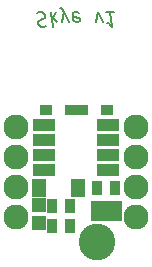
<source format=gbr>
G04 #@! TF.FileFunction,Soldermask,Bot*
%FSLAX46Y46*%
G04 Gerber Fmt 4.6, Leading zero omitted, Abs format (unit mm)*
G04 Created by KiCad (PCBNEW 4.0.2-stable) date Tue Jun 28 19:39:02 2016*
%MOMM*%
G01*
G04 APERTURE LIST*
%ADD10C,0.100000*%
%ADD11C,0.200000*%
%ADD12R,0.900000X1.300000*%
%ADD13R,1.365200X1.670000*%
%ADD14R,1.150000X1.200000*%
%ADD15R,1.310000X1.620000*%
%ADD16R,1.950000X1.000000*%
%ADD17C,2.127200*%
%ADD18O,2.127200X2.127200*%
%ADD19C,3.100000*%
%ADD20R,0.990000X0.850000*%
G04 APERTURE END LIST*
D10*
D11*
X157943571Y-89176286D02*
X158107857Y-89119143D01*
X158393571Y-89119143D01*
X158515000Y-89176286D01*
X158579286Y-89233429D01*
X158650714Y-89347714D01*
X158665000Y-89462000D01*
X158622143Y-89576286D01*
X158572143Y-89633429D01*
X158464999Y-89690571D01*
X158243571Y-89747714D01*
X158136428Y-89804857D01*
X158086428Y-89862000D01*
X158043571Y-89976286D01*
X158057856Y-90090571D01*
X158129285Y-90204857D01*
X158193571Y-90262000D01*
X158315000Y-90319143D01*
X158600714Y-90319143D01*
X158765000Y-90262000D01*
X159136428Y-89119143D02*
X159286428Y-90319143D01*
X159307857Y-89576286D02*
X159593571Y-89119143D01*
X159693571Y-89919143D02*
X159179285Y-89462000D01*
X160093572Y-89919143D02*
X160279286Y-89119143D01*
X160665000Y-89919143D02*
X160279286Y-89119143D01*
X160129286Y-88833429D01*
X160065000Y-88776286D01*
X159943572Y-88719143D01*
X161486429Y-89176286D02*
X161365000Y-89119143D01*
X161136429Y-89119143D01*
X161029286Y-89176286D01*
X160986428Y-89290571D01*
X161043571Y-89747714D01*
X161115000Y-89862000D01*
X161236429Y-89919143D01*
X161465000Y-89919143D01*
X161572143Y-89862000D01*
X161615000Y-89747714D01*
X161600715Y-89633429D01*
X161015000Y-89519143D01*
X162950715Y-89919143D02*
X163136429Y-89119143D01*
X163522143Y-89919143D01*
X164507858Y-89119143D02*
X163822143Y-89119143D01*
X164165001Y-89119143D02*
X164315001Y-90319143D01*
X164179286Y-90147714D01*
X164050715Y-90033429D01*
X163929286Y-89976286D01*
D12*
X164580000Y-104013000D03*
X163080000Y-104013000D03*
D13*
X164465000Y-105918000D03*
X163195000Y-105918000D03*
D12*
X160770000Y-107188000D03*
X159270000Y-107188000D03*
D14*
X158115000Y-105422000D03*
X158115000Y-106922000D03*
D12*
X160770000Y-105537000D03*
X159270000Y-105537000D03*
D15*
X158131000Y-104013000D03*
X161401000Y-104013000D03*
D16*
X163990000Y-98679000D03*
X163990000Y-99949000D03*
X163990000Y-101219000D03*
X163990000Y-102489000D03*
X158590000Y-102489000D03*
X158590000Y-101219000D03*
X158590000Y-99949000D03*
X158590000Y-98679000D03*
D17*
X166370000Y-106426000D03*
D18*
X166370000Y-103886000D03*
X166370000Y-101346000D03*
X166370000Y-98806000D03*
D17*
X156210000Y-106426000D03*
D18*
X156210000Y-103886000D03*
X156210000Y-101346000D03*
X156210000Y-98806000D03*
D19*
X163068000Y-108585000D03*
D20*
X158711000Y-97409000D03*
X160821000Y-97409000D03*
X163869000Y-97409000D03*
X161759000Y-97409000D03*
M02*

</source>
